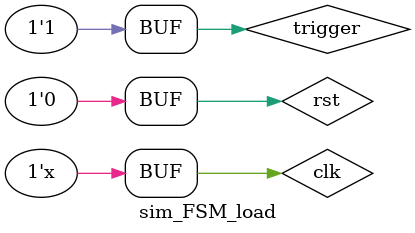
<source format=sv>
`timescale 1ns / 1ps


module sim_FSM_load();

logic clk, rst;
logic trigger; //rx_ready
logic [1:0] state ;

logic [5:0] cont;

FSM_Load  #(.M(3)) inst (.clk(clk),
                .rst(rst),
                .trigger(trigger),
                .state(state),
                .cont(cont)
                );
                
always #1 clk =~ clk;        

initial begin

    rst =1;
    clk = 1;
    trigger = 0;
    #5
    
    rst = 0;
    
    #5
    trigger =1;
    
    #1
    trigger =0;
    #1
    trigger =1;
    #1
    trigger =0;
    #1
    trigger =1;
    #1
    trigger =0;
    #10
    trigger =1;
end    

endmodule

</source>
